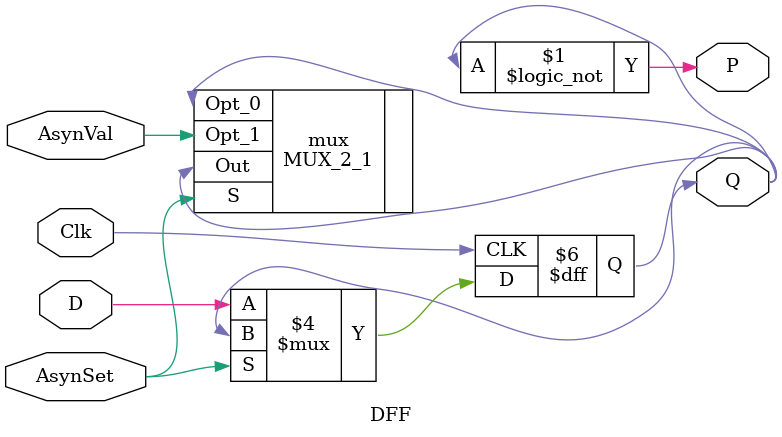
<source format=v>
module DFF(
        output reg Q,
        output P,
        input  D,
        input  Clk,
        input  AsynSet,
        input  AsynVal);
        assign P=!Q;
        MUX_2_1 mux(.Out(Q),.S(AsynSet),.Opt_0(Q),.Opt_1(AsynVal)); // When AsynSet=0 but no Clock yet, Q will hold
        always @(posedge Clk)
        begin
            // Always let change Q on positive edge of clock and AsynSet=0
            if(AsynSet==0)
                Q<=D;                   
        end
endmodule
</source>
